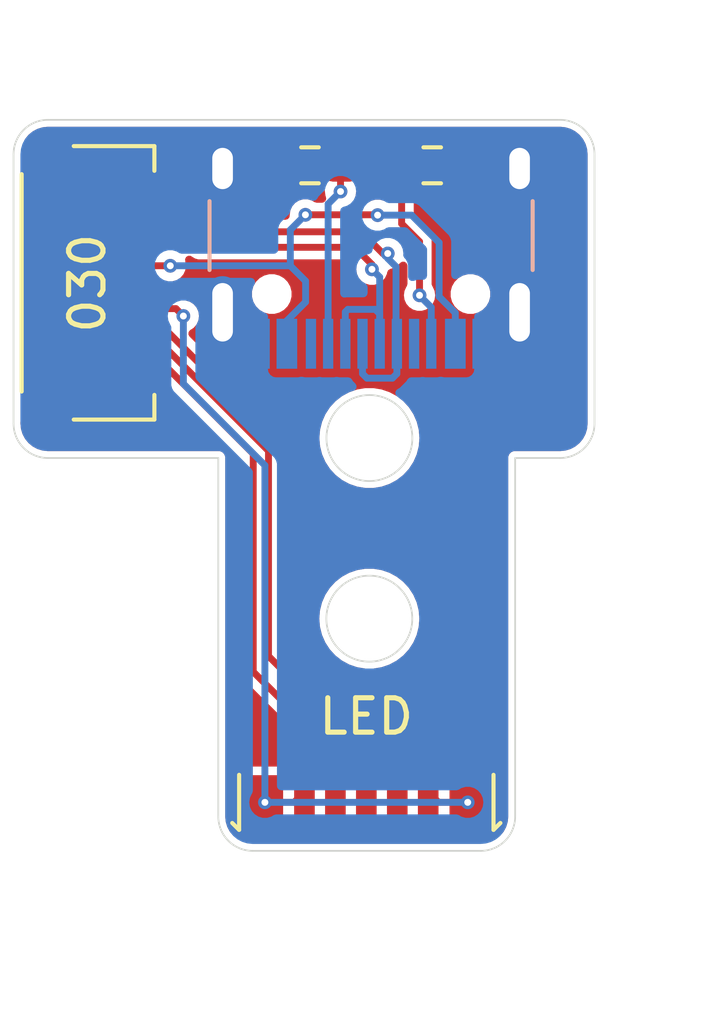
<source format=kicad_pcb>
(kicad_pcb (version 20241229) (generator "pcbnew") (generator_version "9.0")
  (layers (0 "F.Cu" signal) (2 "B.Cu" signal) (13 "F.Paste" user) (15 "B.Paste" user) (5 "F.SilkS" user "F.Silkscreen") (7 "B.SilkS" user "B.Silkscreen") (1 "F.Mask" user) (3 "B.Mask" user) (25 "Edge.Cuts" user))
  (net 0 "")
  (net 1 "+5V")
  (net 2 "/G")
  (net 3 "/R")
  (net 4 "/B")
  (net 5 "GND")
  (net 6 "/D+")
  (net 7 "/D-")
  (net 8 "Net-(J2-PadB5)")
  (net 9 "Net-(J2-PadA8)")
  (net 10 "Net-(J2-PadA5)")
  (net 11 "Net-(J2-PadB8)")
  (net 12 "/Annode")
  (footprint "Resistor_SMD:R_0603_1608Metric_Pad0.98x0.95mm_HandSolder" (layer "F.Cu") (at 108.079 53.721)
    (property "Reference" "R1" (hide yes))
    (property "Value" "5.1k")
    (fp_line (start -0.254724 -0.5225) (end 0.254724 -0.5225) (stroke (width 0.12)) (layer "F.SilkS"))
    (fp_line (start -0.254724 0.5225) (end 0.254724 0.5225) (stroke (width 0.12)) (layer "F.SilkS"))
    (pad "1" smd roundrect (at -0.9125 0) (size 0.975 0.95) (layers "F.Cu" "F.Mask" "F.Paste") (net 8 "Net-(J2-PadB5)"))
    (pad "2" smd roundrect (at 0.9125 0) (size 0.975 0.95) (layers "F.Cu" "F.Mask" "F.Paste") (net 5 "GND"))
  )
  (footprint "Molex 5034801200:503480-1200" (layer "F.Cu") (at 98.0666 57.138001 -90)
    (property "Reference" "J1" (hide yes))
    (property "Value" "030" (at 0.011999 0.0206 90) (layer "F.SilkS"))
    (fp_line (start -3.1585 1.9304) (end 3.1585 1.9304) (stroke (width 0.12)) (layer "F.SilkS"))
    (fp_line (start 3.9751 0.414919) (end 3.9751 -1.9304) (stroke (width 0.12)) (layer "F.SilkS"))
    (fp_line (start -3.9751 -1.9304) (end -3.9751 0.414919) (stroke (width 0.12)) (layer "F.SilkS"))
    (fp_line (start -3.257345 -1.9304) (end -3.9751 -1.9304) (stroke (width 0.12)) (layer "F.SilkS"))
    (fp_line (start 3.9751 -1.9304) (end 3.257345 -1.9304) (stroke (width 0.12)) (layer "F.SilkS"))
    (pad "1" smd rect (at -2.75 -1.5034 270) (size 0.3556 0.762) (layers "F.Cu" "F.Mask" "F.Paste") (net 5 "GND"))
    (pad "2" smd rect (at -2.250001 -1.5034 270) (size 0.3556 0.762) (layers "F.Cu" "F.Mask" "F.Paste") (net 6 "/D+"))
    (pad "3" smd rect (at -1.749999 -1.5034 270) (size 0.3556 0.762) (layers "F.Cu" "F.Mask" "F.Paste") (net 7 "/D-"))
    (pad "4" smd rect (at -1.25 -1.5034 270) (size 0.3556 0.762) (layers "F.Cu" "F.Mask" "F.Paste") (net 5 "GND"))
    (pad "5" smd rect (at -0.750001 -1.5034 270) (size 0.3556 0.762) (layers "F.Cu" "F.Mask" "F.Paste") (net 1 "+5V"))
    (pad "6" smd rect (at -0.25 -1.5034 270) (size 0.3556 0.762) (layers "F.Cu" "F.Mask" "F.Paste") (net 1 "+5V"))
    (pad "7" smd rect (at 0.25 -1.5034 270) (size 0.3556 0.762) (layers "F.Cu" "F.Mask" "F.Paste") (net 5 "GND"))
    (pad "8" smd rect (at 0.750001 -1.5034 270) (size 0.3556 0.762) (layers "F.Cu" "F.Mask" "F.Paste") (net 12 "/Annode"))
    (pad "9" smd rect (at 1.25 -1.5034 270) (size 0.3556 0.762) (layers "F.Cu" "F.Mask" "F.Paste") (net 2 "/G"))
    (pad "10" smd rect (at 1.749999 -1.5034 270) (size 0.3556 0.762) (layers "F.Cu" "F.Mask" "F.Paste") (net 3 "/R"))
    (pad "11" smd rect (at 2.250001 -1.5034 270) (size 0.3556 0.762) (layers "F.Cu" "F.Mask" "F.Paste") (net 4 "/B"))
    (pad "12" smd rect (at 2.75 -1.5034 270) (size 0.3556 0.762) (layers "F.Cu" "F.Mask" "F.Paste") (net 5 "GND"))
    (pad "13" smd rect (at -3.540001 1.1466 270) (size 0.3556 1.0414) (layers "F.Cu" "F.Mask" "F.Paste"))
    (pad "14" smd rect (at 3.540001 1.1466 270) (size 0.3556 1.0414) (layers "F.Cu" "F.Mask" "F.Paste"))
  )
  (footprint "Resistor_SMD:R_0603_1608Metric_Pad0.98x0.95mm_HandSolder" (layer "F.Cu") (at 104.523 53.721)
    (property "Reference" "R2" (hide yes))
    (property "Value" "5.1k")
    (fp_line (start -0.254724 -0.5225) (end 0.254724 -0.5225) (stroke (width 0.12)) (layer "F.SilkS"))
    (fp_line (start -0.254724 0.5225) (end 0.254724 0.5225) (stroke (width 0.12)) (layer "F.SilkS"))
    (pad "1" smd roundrect (at -0.9125 0) (size 0.975 0.95) (layers "F.Cu" "F.Mask" "F.Paste") (net 5 "GND"))
    (pad "2" smd roundrect (at 0.9125 0) (size 0.975 0.95) (layers "F.Cu" "F.Mask" "F.Paste") (net 10 "Net-(J2-PadA5)"))
  )
  (footprint "MSL0104RGB:MSL0104RGB" (layer "F.Cu") (at 106.162 71.94 180)
    (property "Reference" "D1")
    (property "Value" "MSL0104RGB")
    (fp_line (start 3.7 0.5) (end 3.7 -1.1) (stroke (width 0.12)) (layer "F.SilkS"))
    (fp_line (start 3.7 -1.1) (end 3.9 -0.9) (stroke (width 0.12)) (layer "F.SilkS"))
    (fp_line (start -3.7 0.5) (end -3.7 -1.1) (stroke (width 0.12)) (layer "F.SilkS"))
    (fp_line (start -3.7 -1.1) (end -3.9 -0.9) (stroke (width 0.12)) (layer "F.SilkS"))
    (fp_text user "LED" (at 0.002 2.196 0) (layer "F.SilkS"))
    (pad "1" smd rect (at -2.95 -0.3 180) (size 1.06 1.58) (layers "F.Cu" "F.Mask" "F.Paste") (net 12 "/Annode"))
    (pad "2" smd rect (at -1.8 0 180) (size 0.6 2.18) (layers "F.Cu" "F.Mask" "F.Paste") (net 12 "/Annode"))
    (pad "3" smd rect (at -0.9 0 180) (size 0.6 2.18) (layers "F.Cu" "F.Mask" "F.Paste") (net 2 "/G"))
    (pad "4" smd rect (at 0 0 180) (size 0.6 2.18) (layers "F.Cu" "F.Mask" "F.Paste") (net 3 "/R"))
    (pad "5" smd rect (at 0.9 0 180) (size 0.6 2.18) (layers "F.Cu" "F.Mask" "F.Paste") (net 4 "/B"))
    (pad "6" smd rect (at 1.8 0 180) (size 0.6 2.18) (layers "F.Cu" "F.Mask" "F.Paste") (net 12 "/Annode"))
    (pad "7" smd rect (at 2.95 -0.3 180) (size 1.06 1.58) (layers "F.Cu" "F.Mask" "F.Paste") (net 12 "/Annode"))
  )
  (footprint "Connector_USB:USB_C_Receptacle_HRO_TYPE-C-31-M-12" (layer "B.Cu") (at 106.301 54.864)
    (property "Reference" "USB" (hide yes))
    (property "Value" "USB_C_Receptacle_USB2.0")
    (fp_line (start -4.7 1.9) (end -4.7 -0.1) (stroke (width 0.12)) (layer "B.SilkS"))
    (fp_line (start 4.7 1.9) (end 4.7 -0.1) (stroke (width 0.12)) (layer "B.SilkS"))
    (pad "" np_thru_hole circle (at -2.89 2.6) (size 0.65 0.65) (drill 0.65) (layers "*.Cu" "*.Mask"))
    (pad "" np_thru_hole circle (at 2.89 2.6) (size 0.65 0.65) (drill 0.65) (layers "*.Cu" "*.Mask"))
    (pad "A1" smd rect (at -3.25 4.045) (size 0.6 1.45) (layers "B.Cu" "B.Mask" "B.Paste") (net 5 "GND"))
    (pad "A4" smd rect (at -2.45 4.045) (size 0.6 1.45) (layers "B.Cu" "B.Mask" "B.Paste") (net 1 "+5V"))
    (pad "A5" smd rect (at -1.25 4.045) (size 0.3 1.45) (layers "B.Cu" "B.Mask" "B.Paste") (net 10 "Net-(J2-PadA5)"))
    (pad "A6" smd rect (at -0.25 4.045) (size 0.3 1.45) (layers "B.Cu" "B.Mask" "B.Paste") (net 6 "/D+"))
    (pad "A7" smd rect (at 0.25 4.045) (size 0.3 1.45) (layers "B.Cu" "B.Mask" "B.Paste") (net 7 "/D-"))
    (pad "A8" smd rect (at 1.25 4.045) (size 0.3 1.45) (layers "B.Cu" "B.Mask" "B.Paste") (net 9 "Net-(J2-PadA8)"))
    (pad "A9" smd rect (at 2.45 4.045) (size 0.6 1.45) (layers "B.Cu" "B.Mask" "B.Paste") (net 1 "+5V"))
    (pad "A12" smd rect (at 3.25 4.045) (size 0.6 1.45) (layers "B.Cu" "B.Mask" "B.Paste") (net 5 "GND"))
    (pad "B1" smd rect (at 3.25 4.045) (size 0.6 1.45) (layers "B.Cu" "B.Mask" "B.Paste") (net 5 "GND"))
    (pad "B4" smd rect (at 2.45 4.045) (size 0.6 1.45) (layers "B.Cu" "B.Mask" "B.Paste") (net 1 "+5V"))
    (pad "B5" smd rect (at 1.75 4.045) (size 0.3 1.45) (layers "B.Cu" "B.Mask" "B.Paste") (net 8 "Net-(J2-PadB5)"))
    (pad "B6" smd rect (at 0.75 4.045) (size 0.3 1.45) (layers "B.Cu" "B.Mask" "B.Paste") (net 6 "/D+"))
    (pad "B7" smd rect (at -0.75 4.045) (size 0.3 1.45) (layers "B.Cu" "B.Mask" "B.Paste") (net 7 "/D-"))
    (pad "B8" smd rect (at -1.75 4.045) (size 0.3 1.45) (layers "B.Cu" "B.Mask" "B.Paste") (net 11 "Net-(J2-PadB8)"))
    (pad "B9" smd rect (at -2.45 4.045) (size 0.6 1.45) (layers "B.Cu" "B.Mask" "B.Paste") (net 1 "+5V"))
    (pad "B12" smd rect (at -3.25 4.045) (size 0.6 1.45) (layers "B.Cu" "B.Mask" "B.Paste") (net 5 "GND"))
    (pad "S1" thru_hole oval (at -4.32 -1.05) (size 1 1.6) (drill oval 0.6 1.2) (layers "*.Cu" "*.Mask") (net 5 "GND"))
    (pad "S1" thru_hole oval (at -4.32 3.13) (size 1 2.1) (drill oval 0.6 1.7) (layers "*.Cu" "*.Mask") (net 5 "GND"))
    (pad "S1" thru_hole oval (at 4.32 -1.05) (size 1 1.6) (drill oval 0.6 1.2) (layers "*.Cu" "*.Mask") (net 5 "GND"))
    (pad "S1" thru_hole oval (at 4.32 3.13) (size 1 2.1) (drill oval 0.6 1.7) (layers "*.Cu" "*.Mask") (net 5 "GND"))
  )
  (gr_line (start 110.492 72.65) (end 110.492 62.23) (stroke (width 0.05)) (layer "Edge.Cuts"))
  (gr_circle (center 106.249557 66.9) (end 107.499556 66.9) (stroke (width 0.05)) (fill no) (layer "Edge.Cuts"))
  (gr_line (start 110.492 62.23) (end 111.8 62.23) (stroke (width 0.05)) (layer "Edge.Cuts"))
  (gr_line (start 112.8 61.23) (end 112.8 53.4) (stroke (width 0.05)) (layer "Edge.Cuts"))
  (gr_arc (start 102.856 73.65) (mid 102.148893 73.357107) (end 101.856 72.65) (stroke (width 0.05)) (layer "Edge.Cuts"))
  (gr_line (start 95.9 53.4) (end 95.9 61.23) (stroke (width 0.05)) (layer "Edge.Cuts"))
  (gr_arc (start 112.8 61.23) (mid 112.507107 61.937107) (end 111.8 62.23) (stroke (width 0.05)) (layer "Edge.Cuts"))
  (gr_circle (center 106.252 61.65) (end 107.501999 61.65) (stroke (width 0.05)) (fill no) (layer "Edge.Cuts"))
  (gr_arc (start 95.9 53.4) (mid 96.192893 52.692893) (end 96.9 52.4) (stroke (width 0.05)) (layer "Edge.Cuts"))
  (gr_line (start 101.856 62.23) (end 101.856 72.65) (stroke (width 0.05)) (layer "Edge.Cuts"))
  (gr_arc (start 96.9 62.23) (mid 96.192893 61.937107) (end 95.9 61.23) (stroke (width 0.05)) (layer "Edge.Cuts"))
  (gr_line (start 111.8 52.4) (end 96.9 52.4) (stroke (width 0.05)) (layer "Edge.Cuts"))
  (gr_line (start 102.856 73.65) (end 109.492 73.65) (stroke (width 0.05)) (layer "Edge.Cuts"))
  (gr_line (start 96.9 62.23) (end 101.856 62.23) (stroke (width 0.05)) (layer "Edge.Cuts"))
  (gr_arc (start 111.8 52.4) (mid 112.507107 52.692893) (end 112.8 53.4) (stroke (width 0.05)) (layer "Edge.Cuts"))
  (gr_arc (start 110.492 72.65) (mid 110.199107 73.357107) (end 109.492 73.65) (stroke (width 0.05)) (layer "Edge.Cuts"))
  (segment (start 104.39 55.16) (end 106.48 55.16) (width 0.2) (layer "F.Cu") (net 1))
  (segment (start 106.48 55.16) (end 106.49 55.17) (width 0.2) (layer "F.Cu") (net 1))
  (segment (start 99.57 56.388) (end 99.57 56.642) (width 0.2) (layer "F.Cu") (net 1))
  (segment (start 99.57 56.642) (end 99.57 56.888001) (width 0.2) (layer "F.Cu") (net 1))
  (segment (start 99.57 56.642) (end 100.459 56.642) (width 0.2) (layer "F.Cu") (net 1))
  (via (at 100.459 56.642) (size 0.4) (drill 0.2) (layers "F.Cu" "B.Cu") (net 1))
  (via (at 104.39 55.16) (size 0.4) (drill 0.2) (layers "F.Cu" "B.Cu") (net 1))
  (via (at 106.49 55.17) (size 0.4) (drill 0.2) (layers "F.Cu" "B.Cu") (net 1))
  (segment (start 108.28 57.54) (end 108.751 58.011) (width 0.2) (layer "B.Cu") (net 1))
  (segment (start 103.851 58.238998) (end 103.851 58.909) (width 0.2) (layer "B.Cu") (net 1))
  (segment (start 103.9515 56.642) (end 103.9515 55.5985) (width 0.2) (layer "B.Cu") (net 1))
  (segment (start 108.751 58.011) (end 108.751 58.909) (width 0.2) (layer "B.Cu") (net 1))
  (segment (start 106.49 55.17) (end 107.48 55.17) (width 0.2) (layer "B.Cu") (net 1))
  (segment (start 108.28 55.97) (end 108.28 57.54) (width 0.2) (layer "B.Cu") (net 1))
  (segment (start 103.9515 55.5985) (end 104.39 55.16) (width 0.2) (layer "B.Cu") (net 1))
  (segment (start 100.459 56.642) (end 103.9515 56.642) (width 0.2) (layer "B.Cu") (net 1))
  (segment (start 104.011001 58.748999) (end 103.851 58.909) (width 0.2) (layer "B.Cu") (net 1))
  (segment (start 103.9515 56.642) (end 104.396 57.0865) (width 0.2) (layer "B.Cu") (net 1))
  (segment (start 107.48 55.17) (end 108.28 55.97) (width 0.2) (layer "B.Cu") (net 1))
  (segment (start 104.396 57.0865) (end 104.396 57.693998) (width 0.2) (layer "B.Cu") (net 1))
  (segment (start 104.396 57.693998) (end 103.851 58.238998) (width 0.2) (layer "B.Cu") (net 1))
  (segment (start 100.211687 58.388001) (end 103.761 61.937314) (width 0.2) (layer "F.Cu") (net 2))
  (segment (start 103.761 67.533) (end 107.074 70.846) (width 0.2) (layer "F.Cu") (net 2))
  (segment (start 99.57 58.388001) (end 100.211687 58.388001) (width 0.2) (layer "F.Cu") (net 2))
  (segment (start 103.761 61.937314) (end 103.761 67.533) (width 0.2) (layer "F.Cu") (net 2))
  (segment (start 107.074 70.846) (end 107.074 72.136) (width 0.2) (layer "F.Cu") (net 2))
  (segment (start 103.3165 62.023158) (end 103.3165 67.9885) (width 0.2) (layer "F.Cu") (net 3))
  (segment (start 106.174 70.846) (end 106.174 72.136) (width 0.2) (layer "F.Cu") (net 3))
  (segment (start 103.3165 67.9885) (end 106.174 70.846) (width 0.2) (layer "F.Cu") (net 3))
  (segment (start 100.181342 58.888) (end 103.3165 62.023158) (width 0.2) (layer "F.Cu") (net 3))
  (segment (start 99.57 58.888) (end 100.181342 58.888) (width 0.2) (layer "F.Cu") (net 3))
  (segment (start 102.872 62.109002) (end 102.872 68.444) (width 0.2) (layer "F.Cu") (net 4))
  (segment (start 99.57 59.388002) (end 100.151 59.388002) (width 0.2) (layer "F.Cu") (net 4))
  (segment (start 105.274 70.846) (end 105.274 72.136) (width 0.2) (layer "F.Cu") (net 4))
  (segment (start 100.151 59.388002) (end 102.872 62.109002) (width 0.2) (layer "F.Cu") (net 4))
  (segment (start 99.570001 59.388001) (end 99.57 59.388002) (width 0.2) (layer "F.Cu") (net 4))
  (segment (start 102.872 68.444) (end 105.274 70.846) (width 0.2) (layer "F.Cu") (net 4))
  (segment (start 99.57 54.388001) (end 99.57 54.356) (width 0.2) (layer "F.Cu") (net 5))
  (segment (start 99.57 57.388001) (end 100.138001 57.388001) (width 0.2) (layer "F.Cu") (net 5))
  (segment (start 98.941999 55.888001) (end 98.94 55.89) (width 0.2) (layer "F.Cu") (net 5))
  (segment (start 100.138001 57.388001) (end 100.15 57.4) (width 0.2) (layer "F.Cu") (net 5))
  (segment (start 99.051999 57.388001) (end 99.57 57.388001) (width 0.2) (layer "F.Cu") (net 5))
  (segment (start 99.57 55.888001) (end 98.941999 55.888001) (width 0.2) (layer "F.Cu") (net 5))
  (segment (start 99.051999 57.388001) (end 99.05 57.39) (width 0.2) (layer "F.Cu") (net 5))
  (segment (start 100.141501 54.888) (end 100.166502 54.913001) (width 0.2) (layer "F.Cu") (net 6))
  (segment (start 99.617201 54.935201) (end 99.57 54.888) (width 0.2) (layer "F.Cu") (net 6))
  (segment (start 106.643389 56.28519) (end 106.78481 56.28519) (width 0.2) (layer "F.Cu") (net 6))
  (segment (start 100.762701 54.913001) (end 101.5047 55.655) (width 0.2) (layer "F.Cu") (net 6))
  (segment (start 101.5047 55.655) (end 106.013199 55.655) (width 0.2) (layer "F.Cu") (net 6))
  (segment (start 99.57 54.888) (end 100.141501 54.888) (width 0.2) (layer "F.Cu") (net 6))
  (segment (start 106.013199 55.655) (end 106.643389 56.28519) (width 0.2) (layer "F.Cu") (net 6))
  (segment (start 100.166502 54.913001) (end 100.762701 54.913001) (width 0.2) (layer "F.Cu") (net 6))
  (via (at 106.78481 56.28519) (size 0.4) (drill 0.2) (layers "F.Cu" "B.Cu") (net 6))
  (segment (start 106.180999 59.909001) (end 106.921001 59.909001) (width 0.2) (layer "B.Cu") (net 6))
  (segment (start 106.921001 59.909001) (end 107.051 59.779002) (width 0.2) (layer "B.Cu") (net 6))
  (segment (start 106.051 58.909) (end 106.051 59.779002) (width 0.2) (layer "B.Cu") (net 6))
  (segment (start 106.78481 56.426611) (end 107.026 56.667801) (width 0.2) (layer "B.Cu") (net 6))
  (segment (start 107.051 59.779002) (end 107.051 58.909) (width 0.2) (layer "B.Cu") (net 6))
  (segment (start 107.026 58.884) (end 107.051 58.909) (width 0.2) (layer "B.Cu") (net 6))
  (segment (start 106.051 59.779002) (end 106.180999 59.909001) (width 0.2) (layer "B.Cu") (net 6))
  (segment (start 106.78481 56.28519) (end 106.78481 56.426611) (width 0.2) (layer "B.Cu") (net 6))
  (segment (start 107.026 56.667801) (end 107.026 58.884) (width 0.2) (layer "B.Cu") (net 6))
  (segment (start 100.141501 55.388002) (end 100.166502 55.363001) (width 0.2) (layer "F.Cu") (net 7))
  (segment (start 100.576301 55.363001) (end 101.3183 56.105) (width 0.2) (layer "F.Cu") (net 7))
  (segment (start 99.57 55.388002) (end 100.141501 55.388002) (width 0.2) (layer "F.Cu") (net 7))
  (segment (start 100.166502 55.363001) (end 100.576301 55.363001) (width 0.2) (layer "F.Cu") (net 7))
  (segment (start 106.32519 56.603389) (end 106.32519 56.74481) (width 0.2) (layer "F.Cu") (net 7))
  (segment (start 105.826801 56.105) (end 106.32519 56.603389) (width 0.2) (layer "F.Cu") (net 7))
  (segment (start 101.3183 56.105) (end 105.826801 56.105) (width 0.2) (layer "F.Cu") (net 7))
  (via (at 106.32519 56.74481) (size 0.4) (drill 0.2) (layers "F.Cu" "B.Cu") (net 7))
  (segment (start 105.626001 57.908999) (end 106.421001 57.908999) (width 0.2) (layer "B.Cu") (net 7))
  (segment (start 105.551 58.909) (end 105.551 57.984) (width 0.2) (layer "B.Cu") (net 7))
  (segment (start 106.32519 56.74481) (end 106.551 56.97062) (width 0.2) (layer "B.Cu") (net 7))
  (segment (start 105.551 57.984) (end 105.626001 57.908999) (width 0.2) (layer "B.Cu") (net 7))
  (segment (start 106.551 56.97062) (end 106.551 58.909) (width 0.2) (layer "B.Cu") (net 7))
  (segment (start 106.421001 57.908999) (end 106.551 58.038998) (width 0.2) (layer "B.Cu") (net 7))
  (segment (start 106.551 58.038998) (end 106.551 58.909) (width 0.2) (layer "B.Cu") (net 7))
  (segment (start 107.19 53.7445) (end 107.19 55.42) (width 0.2) (layer "F.Cu") (net 8))
  (segment (start 107.71 55.94) (end 107.71 57.5) (width 0.2) (layer "F.Cu") (net 8))
  (segment (start 107.1665 53.721) (end 107.19 53.7445) (width 0.2) (layer "F.Cu") (net 8))
  (segment (start 107.19 55.42) (end 107.71 55.94) (width 0.2) (layer "F.Cu") (net 8))
  (via (at 107.71 57.5) (size 0.4) (drill 0.2) (layers "F.Cu" "B.Cu") (net 8))
  (segment (start 108.051 57.851) (end 108.051 58.909) (width 0.2) (layer "B.Cu") (net 8))
  (segment (start 108.051 58.909) (end 108.051 58.773) (width 0.25) (layer "B.Cu") (net 8))
  (segment (start 107.71 57.5) (end 107.71 57.51) (width 0.2) (layer "B.Cu") (net 8))
  (segment (start 107.71 57.51) (end 108.051 57.851) (width 0.2) (layer "B.Cu") (net 8))
  (segment (start 105.031 53.4905) (end 105.1815 53.34) (width 0.2) (layer "F.Cu") (net 10))
  (segment (start 105.412 54.483) (end 105.412 53.7445) (width 0.2) (layer "F.Cu") (net 10))
  (segment (start 105.412 53.7445) (end 105.4355 53.721) (width 0.2) (layer "F.Cu") (net 10))
  (via (at 105.412 54.483) (size 0.4) (drill 0.2) (layers "F.Cu" "B.Cu") (net 10))
  (segment (start 105.051 58.909) (end 105.051 54.844) (width 0.2) (layer "B.Cu") (net 10))
  (segment (start 105.051 54.844) (end 105.412 54.483) (width 0.2) (layer "B.Cu") (net 10))
  (segment (start 103.212 72.24) (end 104.062 72.24) (width 0.2) (layer "F.Cu") (net 12))
  (segment (start 109.112 72.24) (end 108.262 72.24) (width 0.2) (layer "F.Cu") (net 12))
  (segment (start 103.212 72.24) (end 103.212 72.24) (width 0.2) (layer "F.Cu") (net 12))
  (segment (start 104.062 72.24) (end 104.362 71.94) (width 0.2) (layer "F.Cu") (net 12))
  (segment (start 109.112 72.24) (end 109.112 72.24) (width 0.2) (layer "F.Cu") (net 12))
  (segment (start 100.625502 57.888002) (end 100.84 58.1025) (width 0.2) (layer "F.Cu") (net 12))
  (segment (start 108.262 72.24) (end 107.962 71.94) (width 0.2) (layer "F.Cu") (net 12))
  (segment (start 99.57 57.888002) (end 100.625502 57.888002) (width 0.2) (layer "F.Cu") (net 12))
  (via (at 109.112 72.24) (size 0.4) (drill 0.2) (layers "F.Cu" "B.Cu") (net 12))
  (via (at 103.212 72.24) (size 0.4) (drill 0.2) (layers "F.Cu" "B.Cu") (net 12))
  (via (at 100.84 58.1025) (size 0.4) (drill 0.2) (layers "F.Cu" "B.Cu") (net 12))
  (segment (start 100.84 60.071) (end 100.84 58.1025) (width 0.2) (layer "B.Cu") (net 12))
  (segment (start 103.212 62.443) (end 100.84 60.071) (width 0.2) (layer "B.Cu") (net 12))
  (segment (start 103.212 72.24) (end 103.212 62.443) (width 0.2) (layer "B.Cu") (net 12))
  (segment (start 109.112 72.24) (end 103.212 72.24) (width 0.2) (layer "B.Cu") (net 12))
  (zone (net 5) (net_name "GND") (layer "F.Cu") (connect_pads yes (clearance 0.25)) (min_thickness 0.25) (fill yes (thermal_gap 0.25) (thermal_bridge_width 0.508))
    (polygon (pts (xy 113.921 62.357) (xy 110.619 62.357) (xy 110.619 74.041) (xy 101.729 74.041) (xy 101.729 62.357) (xy 95.633 62.357) (xy 95.633 52.197) (xy 114.048 52.07)))
  )
  (zone (net 5) (net_name "GND") (layer "B.Cu") (connect_pads yes (clearance 0.25)) (min_thickness 0.25) (fill yes (thermal_gap 0.25) (thermal_bridge_width 0.508))
    (polygon (pts (xy 113.921 52.197) (xy 113.921 62.357) (xy 110.619 62.357) (xy 110.619 74.041) (xy 101.729 74.041) (xy 101.729 62.357) (xy 95.633 62.357) (xy 95.506 52.07)))
  )
)
</source>
